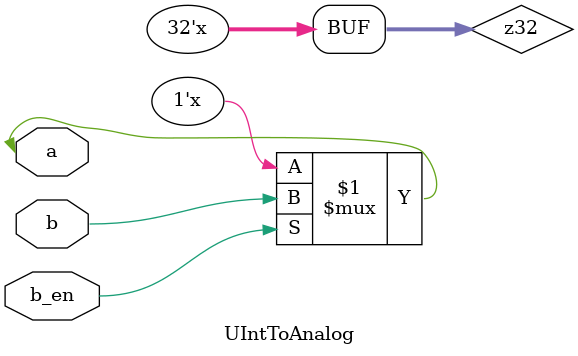
<source format=v>
module UIntToAnalog (a, b, b_en);

parameter WIDTH = 1;

inout [WIDTH-1:0] a;
input [WIDTH-1:0] b;
input b_en;

wire [31:0] z32;

assign z32 = 32'hZZZZZZZZ;

assign a = b_en ? b : z32[WIDTH-1:0];

endmodule
</source>
